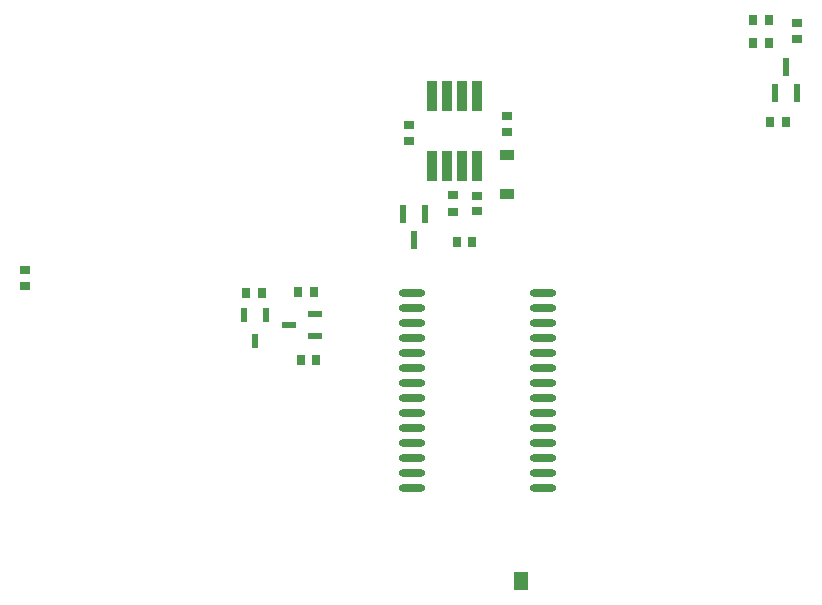
<source format=gbp>
G04*
G04 #@! TF.GenerationSoftware,Altium Limited,Altium Designer,21.0.9 (235)*
G04*
G04 Layer_Color=128*
%FSLAX44Y44*%
%MOMM*%
G71*
G04*
G04 #@! TF.SameCoordinates,6F3E63EC-60D3-48B1-A7CC-AFFCCD692F60*
G04*
G04*
G04 #@! TF.FilePolarity,Positive*
G04*
G01*
G75*
%ADD17R,1.1500X0.6000*%
%ADD24R,0.8000X0.9000*%
%ADD25R,0.9000X0.8000*%
%ADD81R,0.9000X0.8000*%
%ADD82R,1.2200X0.9100*%
%ADD83R,0.6000X1.6000*%
%ADD84O,2.2500X0.6000*%
%ADD85R,0.9000X2.5000*%
%ADD86R,0.8000X0.9000*%
%ADD87R,1.1684X1.6002*%
%ADD88R,0.6000X1.1500*%
D17*
X523490Y844130D02*
D03*
Y825130D02*
D03*
X500990Y834630D02*
D03*
D24*
X656250Y905000D02*
D03*
X643250D02*
D03*
X894500Y1073500D02*
D03*
X907500D02*
D03*
X922000Y1006500D02*
D03*
X909000D02*
D03*
X511500Y805000D02*
D03*
X524500D02*
D03*
X478250Y862000D02*
D03*
X465250D02*
D03*
X509250Y862500D02*
D03*
X522250D02*
D03*
D25*
X660550Y943800D02*
D03*
Y930800D02*
D03*
X685550Y1011300D02*
D03*
Y998300D02*
D03*
X603050Y1003800D02*
D03*
Y990800D02*
D03*
X931750Y1077000D02*
D03*
Y1090000D02*
D03*
X277750Y868000D02*
D03*
Y881000D02*
D03*
D81*
X640550Y930300D02*
D03*
Y944300D02*
D03*
D82*
X685700Y978650D02*
D03*
Y945950D02*
D03*
D83*
X597750Y929000D02*
D03*
X616750D02*
D03*
X607250Y907000D02*
D03*
X922000Y1053000D02*
D03*
X912500Y1031000D02*
D03*
X931500D02*
D03*
D84*
X716500Y861500D02*
D03*
Y848800D02*
D03*
Y836100D02*
D03*
Y823400D02*
D03*
Y810700D02*
D03*
Y798000D02*
D03*
Y785300D02*
D03*
Y772600D02*
D03*
Y759900D02*
D03*
Y747200D02*
D03*
Y734500D02*
D03*
Y721800D02*
D03*
Y709100D02*
D03*
Y696400D02*
D03*
X605500Y697000D02*
D03*
Y709700D02*
D03*
Y722400D02*
D03*
Y735100D02*
D03*
Y747800D02*
D03*
Y760500D02*
D03*
Y773200D02*
D03*
Y785900D02*
D03*
Y798600D02*
D03*
Y811300D02*
D03*
Y824000D02*
D03*
Y836700D02*
D03*
Y849400D02*
D03*
Y862100D02*
D03*
D85*
X622100Y1028180D02*
D03*
X634800D02*
D03*
X647500D02*
D03*
X660200D02*
D03*
X622100Y969180D02*
D03*
X634800D02*
D03*
X647500D02*
D03*
X660200D02*
D03*
D86*
X908000Y1093000D02*
D03*
X894000D02*
D03*
D87*
X697750Y617750D02*
D03*
D88*
X462870Y843490D02*
D03*
X481870D02*
D03*
X472370Y820990D02*
D03*
M02*

</source>
